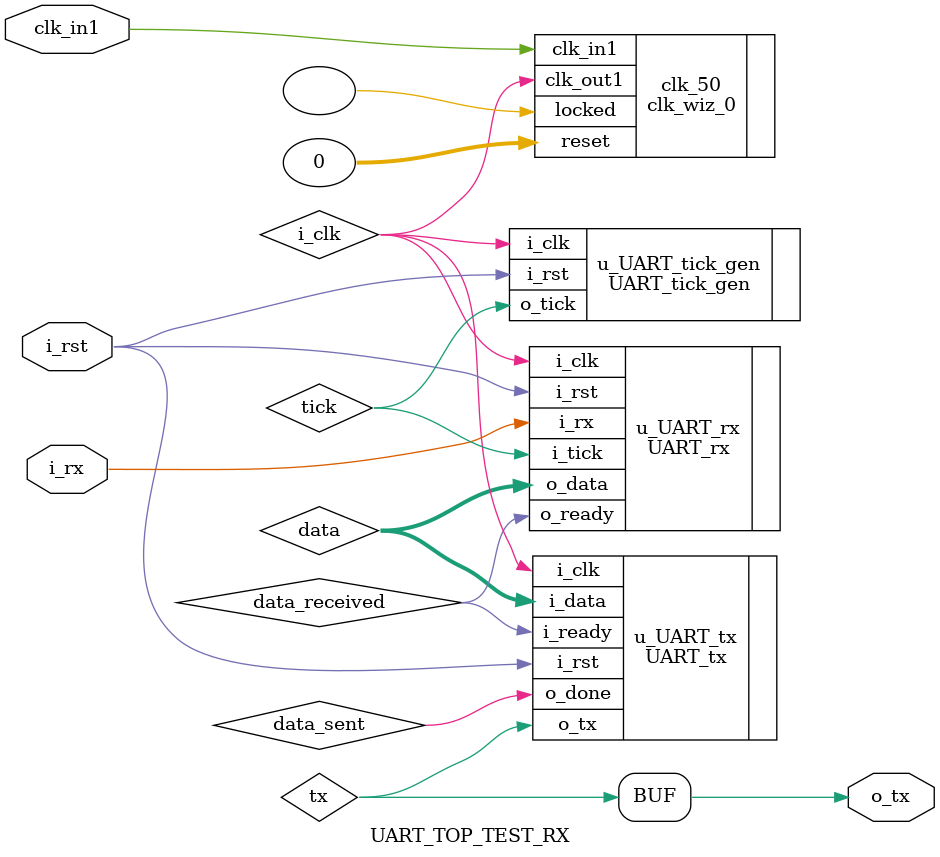
<source format=v>
`timescale 1ns / 1ps


module UART_TOP_TEST_RX #(
    parameter PAYLOAD_SIZE = 8
)(
    input wire clk_in1,
    input wire i_rst,
    input wire i_rx,
    output wire o_tx

);

wire i_clk;
clk_wiz_0 clk_50
(
    // Clock out ports
    .clk_out1(i_clk),     // output clk_out1
    // Status and control signals
    .reset(0), // input reset
    .locked(),       // output locked
    // Clock in ports
    .clk_in1(clk_in1)
);

wire tick;
UART_tick_gen u_UART_tick_gen (
    .i_clk(i_clk),
    .i_rst(i_rst),
    .o_tick(tick)
);

wire tx;
wire data_sent;
wire data_received;
wire [PAYLOAD_SIZE-1:0] data;

UART_tx u_UART_tx (
    .i_clk(i_clk),
    .i_rst(i_rst),
    .i_ready(data_received),
    .i_data(data),
    .o_tx(tx),
    .o_done(data_sent)
);

UART_rx u_UART_rx (
    .i_clk(i_clk),
    .i_rst(i_rst),
    .i_rx(i_rx),
    .i_tick(tick),
    .o_ready(data_received),
    .o_data(data)
);


assign o_tx = tx;

endmodule

</source>
